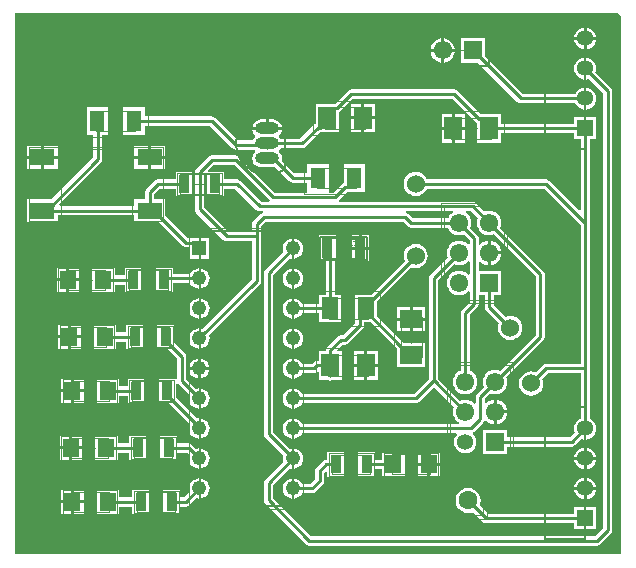
<source format=gtl>
G04*
G04 #@! TF.GenerationSoftware,Altium Limited,Altium Designer,19.1.8 (144)*
G04*
G04 Layer_Physical_Order=1*
G04 Layer_Color=255*
%FSLAX25Y25*%
%MOIN*%
G70*
G01*
G75*
%ADD11C,0.00787*%
%ADD12C,0.00500*%
%ADD13C,0.01000*%
%ADD15C,0.00394*%
%ADD16C,0.00197*%
%ADD17R,0.05906X0.07480*%
%ADD18R,0.05512X0.05906*%
%ADD19R,0.05118X0.07087*%
%ADD20R,0.07480X0.05906*%
%ADD21R,0.08268X0.05512*%
%ADD22R,0.05315X0.07284*%
%ADD23R,0.03543X0.06102*%
%ADD24R,0.03740X0.06693*%
%ADD43C,0.06000*%
%ADD44R,0.06102X0.06102*%
%ADD45C,0.06102*%
%ADD46C,0.05346*%
%ADD47R,0.06102X0.06102*%
%ADD48R,0.05346X0.05346*%
%ADD49C,0.06299*%
%ADD50O,0.07874X0.03937*%
%ADD51O,0.07874X0.03937*%
%ADD52R,0.04764X0.04764*%
%ADD53C,0.04764*%
G36*
X202500Y179000D02*
Y-500D01*
X500D01*
Y180000D01*
X201500D01*
X202500Y179000D01*
D02*
G37*
%LPC*%
G36*
X191000Y175139D02*
Y172000D01*
X194139D01*
X194079Y172459D01*
X193708Y173352D01*
X193120Y174120D01*
X192352Y174708D01*
X191459Y175078D01*
X191000Y175139D01*
D02*
G37*
G36*
X190000D02*
X189541Y175078D01*
X188648Y174708D01*
X187880Y174120D01*
X187292Y173352D01*
X186922Y172459D01*
X186861Y172000D01*
X190000D01*
Y175139D01*
D02*
G37*
G36*
X143500Y171520D02*
Y168000D01*
X147020D01*
X146947Y168558D01*
X146539Y169543D01*
X145889Y170389D01*
X145043Y171039D01*
X144058Y171447D01*
X143500Y171520D01*
D02*
G37*
G36*
X142500D02*
X141942Y171447D01*
X140957Y171039D01*
X140111Y170389D01*
X139461Y169543D01*
X139053Y168558D01*
X138980Y168000D01*
X142500D01*
Y171520D01*
D02*
G37*
G36*
X194139Y171000D02*
X191000D01*
Y167861D01*
X191459Y167921D01*
X192352Y168292D01*
X193120Y168880D01*
X193708Y169648D01*
X194079Y170541D01*
X194139Y171000D01*
D02*
G37*
G36*
X190000D02*
X186861D01*
X186922Y170541D01*
X187292Y169648D01*
X187880Y168880D01*
X188648Y168292D01*
X189541Y167921D01*
X190000Y167861D01*
Y171000D01*
D02*
G37*
G36*
X147020Y167000D02*
X143500D01*
Y163480D01*
X144058Y163553D01*
X145043Y163961D01*
X145889Y164611D01*
X146539Y165457D01*
X146947Y166442D01*
X147020Y167000D01*
D02*
G37*
G36*
X142500D02*
X138980D01*
X139053Y166442D01*
X139461Y165457D01*
X140111Y164611D01*
X140957Y163961D01*
X141942Y163553D01*
X142500Y163480D01*
Y167000D01*
D02*
G37*
G36*
X157051Y171551D02*
X148949D01*
Y163449D01*
X154888D01*
X167919Y150419D01*
X168415Y150087D01*
X169000Y149971D01*
X187158D01*
X187292Y149648D01*
X187880Y148880D01*
X188648Y148292D01*
X189541Y147922D01*
X190500Y147795D01*
X191459Y147922D01*
X192352Y148292D01*
X193120Y148880D01*
X193708Y149648D01*
X194079Y150541D01*
X194205Y151500D01*
X194079Y152459D01*
X193708Y153352D01*
X193120Y154120D01*
X192352Y154708D01*
X191459Y155078D01*
X190500Y155205D01*
X189541Y155078D01*
X188648Y154708D01*
X187880Y154120D01*
X187292Y153352D01*
X187158Y153029D01*
X169633D01*
X157051Y165612D01*
Y171551D01*
D02*
G37*
G36*
X120358Y149740D02*
X116905D01*
Y145500D01*
X120358D01*
Y149740D01*
D02*
G37*
G36*
X115905D02*
X112453D01*
Y145500D01*
X115905D01*
Y149740D01*
D02*
G37*
G36*
X150547Y146240D02*
X147095D01*
Y142000D01*
X150547D01*
Y146240D01*
D02*
G37*
G36*
X146095D02*
X142642D01*
Y142000D01*
X146095D01*
Y146240D01*
D02*
G37*
G36*
X86468Y144494D02*
X85000D01*
Y142000D01*
X89397D01*
X89361Y142275D01*
X89061Y142997D01*
X88586Y143617D01*
X87966Y144093D01*
X87243Y144392D01*
X86468Y144494D01*
D02*
G37*
G36*
X84000D02*
X82531D01*
X81757Y144392D01*
X81034Y144093D01*
X80414Y143617D01*
X79939Y142997D01*
X79639Y142275D01*
X79603Y142000D01*
X84000D01*
Y144494D01*
D02*
G37*
G36*
X120358Y144500D02*
X116905D01*
Y140260D01*
X120358D01*
Y144500D01*
D02*
G37*
G36*
X115905D02*
X112453D01*
Y140260D01*
X115905D01*
Y144500D01*
D02*
G37*
G36*
X150547Y141000D02*
X147095D01*
Y136760D01*
X150547D01*
Y141000D01*
D02*
G37*
G36*
X146095D02*
X142642D01*
Y136760D01*
X146095D01*
Y141000D01*
D02*
G37*
G36*
X14720Y135614D02*
X10087D01*
Y132358D01*
X14720D01*
Y135614D01*
D02*
G37*
G36*
X50547D02*
X45913D01*
Y132358D01*
X50547D01*
Y135614D01*
D02*
G37*
G36*
X9087D02*
X4453D01*
Y132358D01*
X9087D01*
Y135614D01*
D02*
G37*
G36*
X44913D02*
X40279D01*
Y132358D01*
X44913D01*
Y135614D01*
D02*
G37*
G36*
X50547Y131358D02*
X45913D01*
Y128102D01*
X50547D01*
Y131358D01*
D02*
G37*
G36*
X44913D02*
X40279D01*
Y128102D01*
X44913D01*
Y131358D01*
D02*
G37*
G36*
X14720D02*
X10087D01*
Y128102D01*
X14720D01*
Y131358D01*
D02*
G37*
G36*
X9087D02*
X4453D01*
Y128102D01*
X9087D01*
Y131358D01*
D02*
G37*
G36*
X31457Y148543D02*
X24339D01*
Y139457D01*
X26471D01*
Y131811D01*
X12558Y117898D01*
X4453D01*
Y110386D01*
X14720D01*
Y112612D01*
X40279D01*
Y110386D01*
X48384D01*
X56470Y102301D01*
X56966Y101969D01*
X57551Y101853D01*
X58488D01*
Y98118D01*
X65252D01*
Y104882D01*
X60136D01*
X59988Y104911D01*
X58185D01*
X50547Y112549D01*
Y117898D01*
X46943D01*
Y119780D01*
X48634Y121471D01*
X54012D01*
Y118949D01*
X59555D01*
Y127051D01*
X54012D01*
Y124529D01*
X48000D01*
X47415Y124413D01*
X46919Y124081D01*
X44332Y121495D01*
X44000Y120999D01*
X43884Y120413D01*
Y117898D01*
X40279D01*
Y115671D01*
X15364D01*
X15157Y116171D01*
X29081Y130096D01*
X29413Y130592D01*
X29529Y131177D01*
Y139457D01*
X31457D01*
Y148543D01*
D02*
G37*
G36*
X146906Y154529D02*
X112594D01*
X112009Y154413D01*
X111513Y154081D01*
X107201Y149770D01*
X107047D01*
X106899Y149740D01*
X100642D01*
Y143088D01*
X100273Y142841D01*
X95461Y138029D01*
X89037D01*
X88586Y138617D01*
X88412Y138750D01*
Y139250D01*
X88586Y139383D01*
X89061Y140003D01*
X89361Y140725D01*
X89397Y141000D01*
X84500D01*
X79603D01*
X79639Y140725D01*
X79939Y140003D01*
X80414Y139383D01*
X80588Y139250D01*
Y138750D01*
X80414Y138617D01*
X79939Y137997D01*
X79745Y137529D01*
X74634D01*
X67081Y145081D01*
X66585Y145413D01*
X66000Y145529D01*
X43661D01*
Y148543D01*
X36543D01*
Y139457D01*
X43661D01*
Y142471D01*
X65367D01*
X72919Y134919D01*
X73415Y134587D01*
X74000Y134471D01*
X80347D01*
X80414Y134383D01*
X80588Y134250D01*
Y133750D01*
X80414Y133617D01*
X79939Y132997D01*
X79639Y132275D01*
X79537Y131500D01*
X79639Y130725D01*
X79939Y130003D01*
X80414Y129383D01*
X81034Y128907D01*
X81757Y128608D01*
X82531Y128506D01*
X86468D01*
X87203Y128603D01*
X91887Y123919D01*
X92383Y123587D01*
X92968Y123471D01*
X97839D01*
Y120529D01*
X97839Y120457D01*
X97663Y120029D01*
X87134D01*
X75081Y132081D01*
X74585Y132413D01*
X74000Y132529D01*
X66000D01*
X65415Y132413D01*
X64919Y132081D01*
X60919Y128081D01*
X60587Y127585D01*
X60471Y127000D01*
Y114500D01*
X60587Y113915D01*
X60919Y113419D01*
X69919Y104419D01*
X70415Y104087D01*
X71000Y103971D01*
X79471D01*
Y91263D01*
X62929Y74722D01*
X62753Y74795D01*
X61870Y74911D01*
X60987Y74795D01*
X60164Y74454D01*
X59458Y73912D01*
X58916Y73206D01*
X58575Y72383D01*
X58459Y71500D01*
X58575Y70617D01*
X58916Y69794D01*
X59458Y69088D01*
X60164Y68546D01*
X60987Y68205D01*
X61870Y68089D01*
X62753Y68205D01*
X63576Y68546D01*
X64282Y69088D01*
X64824Y69794D01*
X65165Y70617D01*
X65281Y71500D01*
X65165Y72383D01*
X65092Y72559D01*
X82081Y89548D01*
X82413Y90045D01*
X82529Y90630D01*
Y105500D01*
Y108867D01*
X84133Y110471D01*
X129867D01*
X131419Y108919D01*
X131915Y108587D01*
X132500Y108471D01*
X144748D01*
X144961Y107957D01*
X145611Y107111D01*
X146457Y106461D01*
X147442Y106053D01*
X148500Y105914D01*
X149558Y106053D01*
X150071Y106266D01*
X151971Y104367D01*
Y102910D01*
X151497Y102749D01*
X151389Y102889D01*
X150543Y103539D01*
X149558Y103947D01*
X148500Y104086D01*
X147442Y103947D01*
X146457Y103539D01*
X145611Y102889D01*
X144961Y102043D01*
X144553Y101058D01*
X144414Y100000D01*
X144553Y98942D01*
X144766Y98429D01*
X138919Y92581D01*
X138587Y92085D01*
X138471Y91500D01*
Y58134D01*
X133367Y53029D01*
X96157D01*
X96084Y53206D01*
X95542Y53912D01*
X94836Y54454D01*
X94013Y54795D01*
X93130Y54911D01*
X92247Y54795D01*
X91424Y54454D01*
X90718Y53912D01*
X90176Y53206D01*
X89835Y52383D01*
X89719Y51500D01*
X89835Y50617D01*
X90176Y49795D01*
X90718Y49088D01*
X91424Y48546D01*
X92247Y48205D01*
X93130Y48089D01*
X94013Y48205D01*
X94836Y48546D01*
X95542Y49088D01*
X96084Y49795D01*
X96157Y49971D01*
X134000D01*
X134585Y50087D01*
X135081Y50419D01*
X140000Y55337D01*
X146766Y48571D01*
X146553Y48058D01*
X146414Y47000D01*
X146553Y45942D01*
X146961Y44957D01*
X147611Y44111D01*
X148368Y43529D01*
X148308Y43170D01*
X148235Y43029D01*
X96157D01*
X96084Y43205D01*
X95542Y43912D01*
X94836Y44454D01*
X94013Y44795D01*
X93130Y44911D01*
X92247Y44795D01*
X91424Y44454D01*
X90718Y43912D01*
X90176Y43205D01*
X89835Y42383D01*
X89719Y41500D01*
X89835Y40617D01*
X90176Y39794D01*
X90718Y39088D01*
X91424Y38546D01*
X92247Y38205D01*
X93130Y38089D01*
X94013Y38205D01*
X94836Y38546D01*
X95542Y39088D01*
X96084Y39794D01*
X96157Y39971D01*
X147564D01*
X147766Y39471D01*
X147292Y38852D01*
X146922Y37959D01*
X146795Y37000D01*
X146922Y36041D01*
X147292Y35148D01*
X147880Y34380D01*
X148648Y33792D01*
X149541Y33421D01*
X150500Y33295D01*
X151459Y33421D01*
X152352Y33792D01*
X153120Y34380D01*
X153708Y35148D01*
X154078Y36041D01*
X154205Y37000D01*
X154078Y37959D01*
X153708Y38852D01*
X153143Y39589D01*
X153130Y39700D01*
X153217Y40175D01*
X153581Y40419D01*
X156581Y43419D01*
X156913Y43915D01*
X156958Y44140D01*
X157492Y44265D01*
X157611Y44111D01*
X158457Y43461D01*
X159442Y43053D01*
X160000Y42980D01*
Y47000D01*
Y51020D01*
X159442Y50947D01*
X158457Y50539D01*
X157611Y49889D01*
X157503Y49749D01*
X157029Y49910D01*
Y51367D01*
X158929Y53266D01*
X159442Y53053D01*
X160500Y52914D01*
X161558Y53053D01*
X162543Y53461D01*
X163389Y54111D01*
X164039Y54957D01*
X164447Y55942D01*
X164586Y57000D01*
X164447Y58058D01*
X164234Y58571D01*
X176581Y70919D01*
X176913Y71415D01*
X177029Y72000D01*
Y93000D01*
X176913Y93585D01*
X176581Y94081D01*
X162234Y108429D01*
X162447Y108942D01*
X162586Y110000D01*
X162447Y111058D01*
X162039Y112043D01*
X161389Y112889D01*
X160543Y113539D01*
X159558Y113947D01*
X158500Y114086D01*
X157442Y113947D01*
X156929Y113734D01*
X154081Y116581D01*
X153585Y116913D01*
X153000Y117029D01*
X108479D01*
X108432Y117092D01*
X108295Y117529D01*
X111193Y120427D01*
X111543D01*
X111691Y120457D01*
X117161D01*
Y129543D01*
X110043D01*
Y123383D01*
X109974Y123370D01*
X109478Y123038D01*
X106469Y120029D01*
X105132D01*
X104957Y120457D01*
X104957Y120529D01*
Y129543D01*
X97839D01*
Y126529D01*
X93602D01*
X89366Y130765D01*
X89463Y131500D01*
X89361Y132275D01*
X89061Y132997D01*
X88586Y133617D01*
X88412Y133750D01*
Y134250D01*
X88586Y134383D01*
X89037Y134971D01*
X96095D01*
X96680Y135087D01*
X97176Y135419D01*
X101988Y140230D01*
X102142D01*
X102289Y140260D01*
X108547D01*
Y146912D01*
X108916Y147159D01*
X113228Y151471D01*
X146272D01*
X154084Y143659D01*
X154453Y143412D01*
Y136760D01*
X162358D01*
Y139971D01*
X186827D01*
Y137827D01*
X188971D01*
Y114346D01*
X188509Y114154D01*
X178581Y124081D01*
X178085Y124413D01*
X177500Y124529D01*
X137696D01*
X137494Y125017D01*
X136853Y125853D01*
X136017Y126494D01*
X135044Y126897D01*
X134000Y127034D01*
X132956Y126897D01*
X131983Y126494D01*
X131147Y125853D01*
X130506Y125017D01*
X130103Y124044D01*
X129965Y123000D01*
X130103Y121956D01*
X130506Y120983D01*
X131147Y120147D01*
X131983Y119506D01*
X132956Y119103D01*
X134000Y118965D01*
X135044Y119103D01*
X136017Y119506D01*
X136853Y120147D01*
X137494Y120983D01*
X137696Y121471D01*
X176866D01*
X188971Y109367D01*
Y63029D01*
X177500D01*
X176915Y62913D01*
X176419Y62581D01*
X174032Y60195D01*
X173544Y60397D01*
X172500Y60535D01*
X171456Y60397D01*
X170483Y59994D01*
X169647Y59353D01*
X169006Y58517D01*
X168603Y57544D01*
X168465Y56500D01*
X168603Y55456D01*
X169006Y54483D01*
X169647Y53647D01*
X170483Y53006D01*
X171456Y52603D01*
X172500Y52465D01*
X173544Y52603D01*
X174517Y53006D01*
X175353Y53647D01*
X175994Y54483D01*
X176397Y55456D01*
X176534Y56500D01*
X176397Y57544D01*
X176195Y58032D01*
X178133Y59971D01*
X188971D01*
Y44842D01*
X188648Y44708D01*
X187880Y44120D01*
X187292Y43352D01*
X186922Y42459D01*
X186795Y41500D01*
X186922Y40541D01*
X187055Y40218D01*
X185366Y38529D01*
X164551D01*
Y41051D01*
X156449D01*
Y32949D01*
X164551D01*
Y35471D01*
X186000D01*
X186585Y35587D01*
X187081Y35919D01*
X189218Y38055D01*
X189541Y37922D01*
X190500Y37795D01*
X191459Y37922D01*
X192352Y38292D01*
X193120Y38880D01*
X193708Y39648D01*
X194079Y40541D01*
X194205Y41500D01*
X194079Y42459D01*
X193708Y43352D01*
X193120Y44120D01*
X192352Y44708D01*
X192029Y44842D01*
Y61500D01*
Y110000D01*
Y137827D01*
X194173D01*
Y145173D01*
X186827D01*
Y143029D01*
X162358D01*
Y146240D01*
X156100D01*
X155953Y146270D01*
X155799D01*
X147987Y154081D01*
X147491Y154413D01*
X146906Y154529D01*
D02*
G37*
G36*
X113360Y103639D02*
X113291D01*
X113261Y103635D01*
X113225Y103631D01*
X113181Y103621D01*
X113138Y103610D01*
X113090Y103592D01*
X113043Y103570D01*
X113039Y103566D01*
X113025Y103559D01*
X113003Y103541D01*
X112974Y103522D01*
X112945Y103497D01*
X112916Y103464D01*
X112883Y103431D01*
X112857Y103391D01*
X112642Y103421D01*
Y102910D01*
X112836Y102925D01*
Y102922D01*
Y102915D01*
X112839Y102903D01*
X112843Y102885D01*
X112854Y102845D01*
X112868Y102791D01*
X112890Y102736D01*
X112919Y102674D01*
X112956Y102620D01*
X112999Y102569D01*
X113007Y102565D01*
X113021Y102550D01*
X113050Y102532D01*
X113090Y102510D01*
X113134Y102489D01*
X113189Y102470D01*
X113251Y102456D01*
X113320Y102452D01*
X113341D01*
X113356Y102456D01*
X113400Y102460D01*
X113451Y102474D01*
X113513Y102492D01*
X113574Y102521D01*
X113640Y102565D01*
X113669Y102591D01*
X113698Y102620D01*
X113702Y102623D01*
X113706Y102627D01*
X113713Y102638D01*
X113724Y102649D01*
X113749Y102689D01*
X113778Y102740D01*
X113804Y102802D01*
X113829Y102878D01*
X113847Y102969D01*
X113855Y103016D01*
Y103067D01*
Y103071D01*
Y103078D01*
Y103093D01*
X113851Y103111D01*
Y103133D01*
X113847Y103158D01*
X113837Y103217D01*
X113818Y103286D01*
X113793Y103355D01*
X113756Y103420D01*
X113706Y103482D01*
Y103486D01*
X113698Y103490D01*
X113680Y103508D01*
X113647Y103533D01*
X113603Y103562D01*
X113545Y103588D01*
X113480Y103613D01*
X113403Y103631D01*
X113360Y103639D01*
D02*
G37*
G36*
X115012Y105847D02*
X112642D01*
Y103833D01*
X112810Y104727D01*
X114062D01*
Y104432D01*
X113054D01*
X112919Y103752D01*
X112923Y103755D01*
X112930Y103759D01*
X112941Y103766D01*
X112959Y103777D01*
X112981Y103788D01*
X113007Y103803D01*
X113065Y103832D01*
X113138Y103861D01*
X113218Y103886D01*
X113305Y103904D01*
X113349Y103912D01*
X113429D01*
X113451Y103908D01*
X113480Y103904D01*
X113513Y103901D01*
X113549Y103894D01*
X113589Y103883D01*
X113676Y103857D01*
X113724Y103839D01*
X113771Y103814D01*
X113818Y103788D01*
X113866Y103759D01*
X113909Y103723D01*
X113953Y103682D01*
X113957Y103679D01*
X113964Y103672D01*
X113975Y103661D01*
X113989Y103642D01*
X114008Y103617D01*
X114026Y103592D01*
X114048Y103559D01*
X114069Y103522D01*
X114088Y103482D01*
X114110Y103439D01*
X114128Y103388D01*
X114146Y103337D01*
X114161Y103282D01*
X114171Y103220D01*
X114179Y103158D01*
X114182Y103093D01*
Y103089D01*
Y103078D01*
Y103060D01*
X114179Y103035D01*
X114175Y103006D01*
X114171Y102973D01*
X114164Y102933D01*
X114157Y102893D01*
X114135Y102798D01*
X114099Y102700D01*
X114077Y102649D01*
X114048Y102601D01*
X114018Y102550D01*
X113982Y102503D01*
X113979Y102499D01*
X113971Y102489D01*
X113957Y102474D01*
X113938Y102456D01*
X113913Y102434D01*
X113884Y102405D01*
X113847Y102379D01*
X113807Y102350D01*
X113764Y102321D01*
X113713Y102296D01*
X113658Y102270D01*
X113600Y102245D01*
X113538Y102226D01*
X113469Y102212D01*
X113396Y102201D01*
X113320Y102197D01*
X113287D01*
X113261Y102201D01*
X113232Y102205D01*
X113199Y102208D01*
X113160Y102212D01*
X113119Y102223D01*
X113028Y102245D01*
X112937Y102278D01*
X112890Y102299D01*
X112843Y102325D01*
X112799Y102354D01*
X112755Y102387D01*
X112752Y102390D01*
X112744Y102394D01*
X112737Y102409D01*
X112723Y102423D01*
X112705Y102441D01*
X112686Y102463D01*
X112664Y102492D01*
X112646Y102525D01*
X112642Y102532D01*
Y102000D01*
X115012D01*
Y105847D01*
D02*
G37*
G36*
X118382D02*
X116012D01*
Y102000D01*
X118382D01*
Y105847D01*
D02*
G37*
G36*
X190500Y165205D02*
X189541Y165078D01*
X188648Y164708D01*
X187880Y164120D01*
X187292Y163352D01*
X186922Y162459D01*
X186795Y161500D01*
X186922Y160541D01*
X187292Y159648D01*
X187880Y158880D01*
X188648Y158292D01*
X189541Y157922D01*
X190500Y157795D01*
X191459Y157922D01*
X191782Y158055D01*
X196471Y153366D01*
Y8134D01*
X193867Y5529D01*
X99133D01*
X86529Y18134D01*
Y22737D01*
X92071Y28278D01*
X92247Y28205D01*
X93130Y28089D01*
X94013Y28205D01*
X94836Y28546D01*
X95542Y29088D01*
X96084Y29794D01*
X96425Y30617D01*
X96541Y31500D01*
X96425Y32383D01*
X96084Y33206D01*
X95542Y33912D01*
X94836Y34454D01*
X94013Y34795D01*
X93130Y34911D01*
X92247Y34795D01*
X92071Y34722D01*
X86529Y40263D01*
Y92737D01*
X92071Y98278D01*
X92247Y98205D01*
X93130Y98089D01*
X94013Y98205D01*
X94836Y98546D01*
X95542Y99088D01*
X96084Y99795D01*
X96425Y100617D01*
X96541Y101500D01*
X96425Y102383D01*
X96084Y103206D01*
X95542Y103912D01*
X94836Y104454D01*
X94013Y104795D01*
X93130Y104911D01*
X92247Y104795D01*
X91424Y104454D01*
X90718Y103912D01*
X90176Y103206D01*
X89835Y102383D01*
X89719Y101500D01*
X89835Y100617D01*
X89908Y100441D01*
X83919Y94451D01*
X83587Y93955D01*
X83471Y93370D01*
Y39630D01*
X83587Y39045D01*
X83919Y38548D01*
X89908Y32559D01*
X89835Y32383D01*
X89719Y31500D01*
X89835Y30617D01*
X89908Y30441D01*
X83919Y24452D01*
X83587Y23955D01*
X83471Y23370D01*
Y17500D01*
X83587Y16915D01*
X83919Y16419D01*
X97419Y2919D01*
X97915Y2587D01*
X98500Y2471D01*
X194500D01*
X195085Y2587D01*
X195581Y2919D01*
X199081Y6419D01*
X199413Y6915D01*
X199529Y7500D01*
Y154000D01*
X199413Y154585D01*
X199081Y155081D01*
X193945Y160218D01*
X194079Y160541D01*
X194205Y161500D01*
X194079Y162459D01*
X193708Y163352D01*
X193120Y164120D01*
X192352Y164708D01*
X191459Y165078D01*
X190500Y165205D01*
D02*
G37*
G36*
X118382Y101000D02*
X116012D01*
Y97154D01*
X118382D01*
Y101000D01*
D02*
G37*
G36*
X115012D02*
X112642D01*
Y97154D01*
X115012D01*
Y101000D01*
D02*
G37*
G36*
X134000Y103015D02*
X132956Y102877D01*
X131983Y102474D01*
X131147Y101833D01*
X130506Y100998D01*
X130103Y100024D01*
X129965Y98980D01*
X130103Y97936D01*
X130305Y97448D01*
X118999Y86142D01*
X113847D01*
Y79490D01*
X113817Y79343D01*
Y76480D01*
X109866Y72529D01*
X109000D01*
X108415Y72413D01*
X107919Y72081D01*
X104419Y68581D01*
X104087Y68085D01*
X103971Y67500D01*
Y67240D01*
X101642D01*
Y64029D01*
X101142D01*
X100557Y63913D01*
X100060Y63581D01*
X99508Y63029D01*
X96157D01*
X96084Y63205D01*
X95542Y63912D01*
X94836Y64454D01*
X94013Y64795D01*
X93130Y64911D01*
X92247Y64795D01*
X91424Y64454D01*
X90718Y63912D01*
X90176Y63205D01*
X89835Y62383D01*
X89719Y61500D01*
X89835Y60617D01*
X90176Y59794D01*
X90718Y59088D01*
X91424Y58546D01*
X92247Y58205D01*
X93130Y58089D01*
X94013Y58205D01*
X94836Y58546D01*
X95542Y59088D01*
X96084Y59794D01*
X96157Y59971D01*
X100142D01*
X100727Y60087D01*
X101142Y60364D01*
X101642Y60214D01*
Y57760D01*
X104751D01*
X105009Y57587D01*
X105595Y57471D01*
X106180Y57587D01*
X106438Y57760D01*
X109547D01*
Y67240D01*
X108056D01*
X107865Y67702D01*
X109634Y69471D01*
X110500D01*
X111085Y69587D01*
X111581Y69919D01*
X116428Y74765D01*
X116759Y75261D01*
X116876Y75846D01*
Y76858D01*
X118999D01*
X127760Y68097D01*
Y62142D01*
X137240D01*
Y70047D01*
X130135D01*
X121161Y79021D01*
Y83979D01*
X132468Y95285D01*
X132956Y95083D01*
X134000Y94946D01*
X135044Y95083D01*
X136017Y95486D01*
X136853Y96127D01*
X137494Y96963D01*
X137897Y97936D01*
X138034Y98980D01*
X137897Y100024D01*
X137494Y100998D01*
X136853Y101833D01*
X136017Y102474D01*
X135044Y102877D01*
X134000Y103015D01*
D02*
G37*
G36*
X42555Y95051D02*
X37012D01*
Y92529D01*
X33661D01*
Y94953D01*
X26150D01*
Y87047D01*
X33661D01*
Y89471D01*
X37012D01*
Y86949D01*
X42555D01*
Y95051D01*
D02*
G37*
G36*
X21850Y94953D02*
X18595D01*
Y91500D01*
X21850D01*
Y94953D01*
D02*
G37*
G36*
X17594D02*
X14339D01*
Y91500D01*
X17594D01*
Y94953D01*
D02*
G37*
G36*
X93130Y94911D02*
X92247Y94795D01*
X91424Y94454D01*
X90718Y93912D01*
X90176Y93205D01*
X89835Y92383D01*
X89719Y91500D01*
X89835Y90617D01*
X90176Y89794D01*
X90718Y89088D01*
X91424Y88546D01*
X92247Y88205D01*
X93130Y88089D01*
X94013Y88205D01*
X94836Y88546D01*
X95542Y89088D01*
X96084Y89794D01*
X96425Y90617D01*
X96541Y91500D01*
X96425Y92383D01*
X96084Y93205D01*
X95542Y93912D01*
X94836Y94454D01*
X94013Y94795D01*
X93130Y94911D01*
D02*
G37*
G36*
X52988Y95051D02*
X47445D01*
Y86949D01*
X52988D01*
Y89971D01*
X58843D01*
X58916Y89794D01*
X59458Y89088D01*
X60164Y88546D01*
X60987Y88205D01*
X61870Y88089D01*
X62753Y88205D01*
X63576Y88546D01*
X64282Y89088D01*
X64824Y89794D01*
X65165Y90617D01*
X65281Y91500D01*
X65165Y92383D01*
X64824Y93205D01*
X64282Y93912D01*
X63576Y94454D01*
X62753Y94795D01*
X61870Y94911D01*
X60987Y94795D01*
X60164Y94454D01*
X59458Y93912D01*
X58916Y93205D01*
X58843Y93029D01*
X52988D01*
Y95051D01*
D02*
G37*
G36*
X21850Y90500D02*
X18595D01*
Y87047D01*
X21850D01*
Y90500D01*
D02*
G37*
G36*
X17594D02*
X14339D01*
Y87047D01*
X17594D01*
Y90500D01*
D02*
G37*
G36*
X107358Y105847D02*
X101618D01*
Y97154D01*
X103967D01*
Y86142D01*
X101839D01*
Y83029D01*
X96157D01*
X96084Y83205D01*
X95542Y83912D01*
X94836Y84454D01*
X94013Y84795D01*
X93130Y84911D01*
X92247Y84795D01*
X91424Y84454D01*
X90718Y83912D01*
X90176Y83205D01*
X89835Y82383D01*
X89719Y81500D01*
X89835Y80617D01*
X90176Y79795D01*
X90718Y79088D01*
X91424Y78546D01*
X92247Y78205D01*
X93130Y78089D01*
X94013Y78205D01*
X94836Y78546D01*
X95542Y79088D01*
X96084Y79795D01*
X96157Y79971D01*
X101839D01*
Y76858D01*
X109153D01*
Y86142D01*
X107026D01*
Y97154D01*
X107358D01*
Y105847D01*
D02*
G37*
G36*
X137240Y81858D02*
X133000D01*
Y78405D01*
X137240D01*
Y81858D01*
D02*
G37*
G36*
X132000D02*
X127760D01*
Y78405D01*
X132000D01*
Y81858D01*
D02*
G37*
G36*
X61870Y84911D02*
X60987Y84795D01*
X60164Y84454D01*
X59458Y83912D01*
X58916Y83205D01*
X58575Y82383D01*
X58459Y81500D01*
X58575Y80617D01*
X58916Y79795D01*
X59458Y79088D01*
X60164Y78546D01*
X60987Y78205D01*
X61870Y78089D01*
X62753Y78205D01*
X63576Y78546D01*
X64282Y79088D01*
X64824Y79795D01*
X65165Y80617D01*
X65281Y81500D01*
X65165Y82383D01*
X64824Y83205D01*
X64282Y83912D01*
X63576Y84454D01*
X62753Y84795D01*
X61870Y84911D01*
D02*
G37*
G36*
X137240Y77406D02*
X133000D01*
Y73953D01*
X137240D01*
Y77406D01*
D02*
G37*
G36*
X132000D02*
X127760D01*
Y73953D01*
X132000D01*
Y77406D01*
D02*
G37*
G36*
X43055Y76051D02*
X37512D01*
Y73529D01*
X34161D01*
Y75953D01*
X26650D01*
Y68047D01*
X34161D01*
Y70471D01*
X37512D01*
Y67949D01*
X43055D01*
Y76051D01*
D02*
G37*
G36*
X22350Y75953D02*
X19094D01*
Y72500D01*
X22350D01*
Y75953D01*
D02*
G37*
G36*
X18094D02*
X14839D01*
Y72500D01*
X18094D01*
Y75953D01*
D02*
G37*
G36*
X93130Y74911D02*
X92247Y74795D01*
X91424Y74454D01*
X90718Y73912D01*
X90176Y73206D01*
X89835Y72383D01*
X89719Y71500D01*
X89835Y70617D01*
X90176Y69794D01*
X90718Y69088D01*
X91424Y68546D01*
X92247Y68205D01*
X93130Y68089D01*
X94013Y68205D01*
X94836Y68546D01*
X95542Y69088D01*
X96084Y69794D01*
X96425Y70617D01*
X96541Y71500D01*
X96425Y72383D01*
X96084Y73206D01*
X95542Y73912D01*
X94836Y74454D01*
X94013Y74795D01*
X93130Y74911D01*
D02*
G37*
G36*
X22350Y71500D02*
X19094D01*
Y68047D01*
X22350D01*
Y71500D01*
D02*
G37*
G36*
X18094D02*
X14839D01*
Y68047D01*
X18094D01*
Y71500D01*
D02*
G37*
G36*
X121358Y67240D02*
X117905D01*
Y63000D01*
X121358D01*
Y67240D01*
D02*
G37*
G36*
X116905D02*
X113453D01*
Y63000D01*
X116905D01*
Y67240D01*
D02*
G37*
G36*
X62370Y64845D02*
Y62000D01*
X65215D01*
X65165Y62383D01*
X64824Y63205D01*
X64282Y63912D01*
X63576Y64454D01*
X62753Y64795D01*
X62370Y64845D01*
D02*
G37*
G36*
X61370D02*
X60987Y64795D01*
X60164Y64454D01*
X59458Y63912D01*
X58916Y63205D01*
X58575Y62383D01*
X58525Y62000D01*
X61370D01*
Y64845D01*
D02*
G37*
G36*
X65215Y61000D02*
X62370D01*
Y58155D01*
X62753Y58205D01*
X63576Y58546D01*
X64282Y59088D01*
X64824Y59794D01*
X65165Y60617D01*
X65215Y61000D01*
D02*
G37*
G36*
X61370D02*
X58525D01*
X58575Y60617D01*
X58916Y59794D01*
X59458Y59088D01*
X60164Y58546D01*
X60987Y58205D01*
X61370Y58155D01*
Y61000D01*
D02*
G37*
G36*
X121358Y62000D02*
X117905D01*
Y57760D01*
X121358D01*
Y62000D01*
D02*
G37*
G36*
X116905D02*
X113453D01*
Y57760D01*
X116905D01*
Y62000D01*
D02*
G37*
G36*
X43555Y58051D02*
X38012D01*
Y55529D01*
X35161D01*
Y57953D01*
X27650D01*
Y50047D01*
X35161D01*
Y52471D01*
X38012D01*
Y49949D01*
X43555D01*
Y58051D01*
D02*
G37*
G36*
X23350Y57953D02*
X20095D01*
Y54500D01*
X23350D01*
Y57953D01*
D02*
G37*
G36*
X19094D02*
X15839D01*
Y54500D01*
X19094D01*
Y57953D01*
D02*
G37*
G36*
X23350Y53500D02*
X20095D01*
Y50047D01*
X23350D01*
Y53500D01*
D02*
G37*
G36*
X19094D02*
X15839D01*
Y50047D01*
X19094D01*
Y53500D01*
D02*
G37*
G36*
X53488Y76051D02*
X47945D01*
Y67949D01*
X51325D01*
X54471Y64803D01*
Y58094D01*
X53988Y58051D01*
X53971Y58051D01*
X48445D01*
Y49949D01*
X51825D01*
X58814Y42960D01*
X58575Y42383D01*
X58459Y41500D01*
X58575Y40617D01*
X58916Y39794D01*
X59458Y39088D01*
X60164Y38546D01*
X60987Y38205D01*
X61870Y38089D01*
X62753Y38205D01*
X63576Y38546D01*
X64282Y39088D01*
X64824Y39794D01*
X65165Y40617D01*
X65281Y41500D01*
X65165Y42383D01*
X64824Y43205D01*
X64282Y43912D01*
X63576Y44454D01*
X62753Y44795D01*
X61870Y44911D01*
X61268Y44832D01*
X53988Y52112D01*
Y57232D01*
X54488Y57282D01*
X54587Y56785D01*
X54919Y56289D01*
X58648Y52559D01*
X58575Y52383D01*
X58459Y51500D01*
X58575Y50617D01*
X58916Y49795D01*
X59458Y49088D01*
X60164Y48546D01*
X60987Y48205D01*
X61870Y48089D01*
X62753Y48205D01*
X63576Y48546D01*
X64282Y49088D01*
X64824Y49795D01*
X65165Y50617D01*
X65281Y51500D01*
X65165Y52383D01*
X64824Y53206D01*
X64282Y53912D01*
X63576Y54454D01*
X62753Y54795D01*
X61870Y54911D01*
X60987Y54795D01*
X60811Y54722D01*
X57529Y58004D01*
Y65437D01*
X57413Y66022D01*
X57081Y66518D01*
X53488Y70112D01*
Y76051D01*
D02*
G37*
G36*
X161000Y51020D02*
Y47500D01*
X164520D01*
X164447Y48058D01*
X164039Y49043D01*
X163389Y49889D01*
X162543Y50539D01*
X161558Y50947D01*
X161000Y51020D01*
D02*
G37*
G36*
X164520Y46500D02*
X161000D01*
Y42980D01*
X161558Y43053D01*
X162543Y43461D01*
X163389Y44111D01*
X164039Y44957D01*
X164447Y45942D01*
X164520Y46500D01*
D02*
G37*
G36*
X44055Y39051D02*
X38512D01*
Y36529D01*
X34661D01*
Y38953D01*
X27150D01*
Y31047D01*
X34661D01*
Y33471D01*
X38512D01*
Y30949D01*
X44055D01*
Y39051D01*
D02*
G37*
G36*
X22850Y38953D02*
X19594D01*
Y35500D01*
X22850D01*
Y38953D01*
D02*
G37*
G36*
X18595D02*
X15339D01*
Y35500D01*
X18595D01*
Y38953D01*
D02*
G37*
G36*
X191000Y35139D02*
Y32000D01*
X194139D01*
X194079Y32459D01*
X193708Y33352D01*
X193120Y34120D01*
X192352Y34708D01*
X191459Y35078D01*
X191000Y35139D01*
D02*
G37*
G36*
X190000D02*
X189541Y35078D01*
X188648Y34708D01*
X187880Y34120D01*
X187292Y33352D01*
X186922Y32459D01*
X186861Y32000D01*
X190000D01*
Y35139D01*
D02*
G37*
G36*
X22850Y34500D02*
X19594D01*
Y31047D01*
X22850D01*
Y34500D01*
D02*
G37*
G36*
X18595D02*
X15339D01*
Y31047D01*
X18595D01*
Y34500D01*
D02*
G37*
G36*
X142161Y33453D02*
X138906D01*
Y30000D01*
X142161D01*
Y33453D01*
D02*
G37*
G36*
X137906D02*
X134650D01*
Y30000D01*
X137906D01*
Y33453D01*
D02*
G37*
G36*
X54488Y39051D02*
X48945D01*
Y30949D01*
X54488D01*
Y33471D01*
X57737D01*
X58648Y32559D01*
X58575Y32383D01*
X58459Y31500D01*
X58575Y30617D01*
X58916Y29794D01*
X59458Y29088D01*
X60164Y28546D01*
X60987Y28205D01*
X61870Y28089D01*
X62753Y28205D01*
X63576Y28546D01*
X64282Y29088D01*
X64824Y29794D01*
X65165Y30617D01*
X65281Y31500D01*
X65165Y32383D01*
X64824Y33206D01*
X64282Y33912D01*
X63576Y34454D01*
X62753Y34795D01*
X61870Y34911D01*
X60987Y34795D01*
X60811Y34722D01*
X59452Y36081D01*
X58955Y36413D01*
X58370Y36529D01*
X54488D01*
Y39051D01*
D02*
G37*
G36*
X194139Y31000D02*
X191000D01*
Y27861D01*
X191459Y27922D01*
X192352Y28292D01*
X193120Y28880D01*
X193708Y29648D01*
X194079Y30541D01*
X194139Y31000D01*
D02*
G37*
G36*
X190000D02*
X186861D01*
X186922Y30541D01*
X187292Y29648D01*
X187880Y28880D01*
X188648Y28292D01*
X189541Y27922D01*
X190000Y27861D01*
Y31000D01*
D02*
G37*
G36*
X142161Y29000D02*
X138906D01*
Y25547D01*
X142161D01*
Y29000D01*
D02*
G37*
G36*
X137906D02*
X134650D01*
Y25547D01*
X137906D01*
Y29000D01*
D02*
G37*
G36*
X120488Y33551D02*
X114945D01*
Y25449D01*
X120488D01*
Y27971D01*
X122839D01*
Y25547D01*
X130350D01*
Y33453D01*
X122839D01*
Y31029D01*
X120488D01*
Y33551D01*
D02*
G37*
G36*
X110055D02*
X104512D01*
Y31029D01*
X104130D01*
X103545Y30913D01*
X103049Y30581D01*
X100919Y28451D01*
X100587Y27955D01*
X100471Y27370D01*
Y24633D01*
X98866Y23029D01*
X96157D01*
X96084Y23205D01*
X95542Y23912D01*
X94836Y24454D01*
X94013Y24795D01*
X93130Y24911D01*
X92247Y24795D01*
X91424Y24454D01*
X90718Y23912D01*
X90176Y23205D01*
X89835Y22383D01*
X89719Y21500D01*
X89835Y20617D01*
X90176Y19794D01*
X90718Y19088D01*
X91424Y18546D01*
X92247Y18205D01*
X93130Y18089D01*
X94013Y18205D01*
X94836Y18546D01*
X95542Y19088D01*
X96084Y19794D01*
X96157Y19971D01*
X99500D01*
X100085Y20087D01*
X100581Y20419D01*
X103081Y22919D01*
X103413Y23415D01*
X103529Y24000D01*
Y26737D01*
X104050Y27257D01*
X104512Y27066D01*
Y25449D01*
X110055D01*
Y33551D01*
D02*
G37*
G36*
X191000Y25139D02*
Y22000D01*
X194139D01*
X194079Y22459D01*
X193708Y23352D01*
X193120Y24120D01*
X192352Y24708D01*
X191459Y25078D01*
X191000Y25139D01*
D02*
G37*
G36*
X190000D02*
X189541Y25078D01*
X188648Y24708D01*
X187880Y24120D01*
X187292Y23352D01*
X186922Y22459D01*
X186861Y22000D01*
X190000D01*
Y25139D01*
D02*
G37*
G36*
X61870Y24911D02*
X60987Y24795D01*
X60164Y24454D01*
X59458Y23912D01*
X58916Y23205D01*
X58575Y22383D01*
X58459Y21500D01*
X58575Y20617D01*
X58648Y20441D01*
X56737Y18529D01*
X55488D01*
Y21051D01*
X49945D01*
Y12949D01*
X55488D01*
Y15471D01*
X57370D01*
X57955Y15587D01*
X58451Y15919D01*
X60811Y18278D01*
X60987Y18205D01*
X61870Y18089D01*
X62753Y18205D01*
X63576Y18546D01*
X64282Y19088D01*
X64824Y19794D01*
X65165Y20617D01*
X65281Y21500D01*
X65165Y22383D01*
X64824Y23205D01*
X64282Y23912D01*
X63576Y24454D01*
X62753Y24795D01*
X61870Y24911D01*
D02*
G37*
G36*
X45055Y21051D02*
X39512D01*
Y18529D01*
X35161D01*
Y20953D01*
X27650D01*
Y13047D01*
X35161D01*
Y15471D01*
X39512D01*
Y12949D01*
X45055D01*
Y21051D01*
D02*
G37*
G36*
X194139Y21000D02*
X191000D01*
Y17861D01*
X191459Y17921D01*
X192352Y18292D01*
X193120Y18880D01*
X193708Y19648D01*
X194079Y20541D01*
X194139Y21000D01*
D02*
G37*
G36*
X190000D02*
X186861D01*
X186922Y20541D01*
X187292Y19648D01*
X187880Y18880D01*
X188648Y18292D01*
X189541Y17921D01*
X190000Y17861D01*
Y21000D01*
D02*
G37*
G36*
X23350Y20953D02*
X20095D01*
Y17500D01*
X23350D01*
Y20953D01*
D02*
G37*
G36*
X19094D02*
X15839D01*
Y17500D01*
X19094D01*
Y20953D01*
D02*
G37*
G36*
X23350Y16500D02*
X20095D01*
Y13047D01*
X23350D01*
Y16500D01*
D02*
G37*
G36*
X19094D02*
X15839D01*
Y13047D01*
X19094D01*
Y16500D01*
D02*
G37*
G36*
X151500Y21685D02*
X150417Y21543D01*
X149407Y21125D01*
X148540Y20459D01*
X147875Y19593D01*
X147457Y18583D01*
X147315Y17500D01*
X147457Y16417D01*
X147875Y15407D01*
X148540Y14540D01*
X149407Y13875D01*
X150417Y13457D01*
X151500Y13315D01*
X152583Y13457D01*
X153147Y13690D01*
X156419Y10419D01*
X156915Y10087D01*
X157500Y9971D01*
X186827D01*
Y7827D01*
X194173D01*
Y15173D01*
X186827D01*
Y13029D01*
X158133D01*
X155309Y15853D01*
X155543Y16417D01*
X155685Y17500D01*
X155543Y18583D01*
X155125Y19593D01*
X154460Y20459D01*
X153593Y21125D01*
X152583Y21543D01*
X151500Y21685D01*
D02*
G37*
%LPD*%
G36*
X85308Y117529D02*
X85171Y117092D01*
X85123Y117029D01*
X82634D01*
X75581Y124081D01*
X75085Y124413D01*
X74500Y124529D01*
X69988D01*
Y127051D01*
X64921D01*
X64714Y127551D01*
X66633Y129471D01*
X73366D01*
X85308Y117529D01*
D02*
G37*
G36*
X146308Y113830D02*
X146368Y113471D01*
X145611Y112889D01*
X144961Y112043D01*
X144748Y111529D01*
X133133D01*
X131581Y113081D01*
X131085Y113413D01*
X130796Y113471D01*
X130845Y113971D01*
X146236D01*
X146308Y113830D01*
D02*
G37*
G36*
X64445Y126575D02*
Y118949D01*
X69988D01*
Y121471D01*
X73866D01*
X80919Y114419D01*
X81415Y114087D01*
X82000Y113971D01*
X83155D01*
X83205Y113471D01*
X82915Y113413D01*
X82419Y113081D01*
X79919Y110581D01*
X79587Y110085D01*
X79471Y109500D01*
Y107029D01*
X71633D01*
X63529Y115134D01*
Y126366D01*
X63945Y126782D01*
X64445Y126575D01*
D02*
G37*
G36*
X154766Y111571D02*
X154553Y111058D01*
X154414Y110000D01*
X154553Y108942D01*
X154961Y107957D01*
X155611Y107111D01*
X156457Y106461D01*
X157442Y106053D01*
X158500Y105914D01*
X159558Y106053D01*
X160071Y106266D01*
X173971Y92366D01*
Y72633D01*
X162071Y60734D01*
X161558Y60947D01*
X160500Y61086D01*
X159442Y60947D01*
X158457Y60539D01*
X157611Y59889D01*
X156961Y59043D01*
X156553Y58058D01*
X156414Y57000D01*
X156553Y55942D01*
X156766Y55429D01*
X154419Y53081D01*
X154087Y52585D01*
X153971Y52000D01*
Y49910D01*
X153497Y49749D01*
X153389Y49889D01*
X152543Y50539D01*
X151558Y50947D01*
X150500Y51086D01*
X149442Y50947D01*
X148929Y50734D01*
X141529Y58134D01*
Y90867D01*
X146929Y96266D01*
X147442Y96053D01*
X148500Y95914D01*
X149558Y96053D01*
X150543Y96461D01*
X151389Y97111D01*
X151497Y97251D01*
X151971Y97090D01*
Y92910D01*
X151497Y92749D01*
X151389Y92889D01*
X150543Y93539D01*
X149558Y93947D01*
X148500Y94086D01*
X147442Y93947D01*
X146457Y93539D01*
X145611Y92889D01*
X144961Y92043D01*
X144553Y91058D01*
X144414Y90000D01*
X144553Y88942D01*
X144961Y87957D01*
X145611Y87111D01*
X146457Y86461D01*
X147442Y86053D01*
X148500Y85914D01*
X149558Y86053D01*
X150543Y86461D01*
X151389Y87111D01*
X151497Y87251D01*
X151971Y87090D01*
Y83582D01*
X149419Y81030D01*
X149087Y80534D01*
X148971Y79949D01*
Y60751D01*
X148457Y60539D01*
X147611Y59889D01*
X146961Y59043D01*
X146553Y58058D01*
X146414Y57000D01*
X146553Y55942D01*
X146961Y54957D01*
X147611Y54111D01*
X148457Y53461D01*
X149442Y53053D01*
X150500Y52914D01*
X151558Y53053D01*
X152543Y53461D01*
X153389Y54111D01*
X154039Y54957D01*
X154447Y55942D01*
X154586Y57000D01*
X154447Y58058D01*
X154039Y59043D01*
X153389Y59889D01*
X152543Y60539D01*
X152029Y60751D01*
Y79315D01*
X154581Y81867D01*
X154913Y82363D01*
X155029Y82949D01*
Y85949D01*
X156971D01*
Y82000D01*
X157087Y81415D01*
X157419Y80919D01*
X161805Y76532D01*
X161603Y76044D01*
X161466Y75000D01*
X161603Y73956D01*
X162006Y72983D01*
X162647Y72147D01*
X163483Y71506D01*
X164456Y71103D01*
X165500Y70965D01*
X166544Y71103D01*
X167517Y71506D01*
X168353Y72147D01*
X168994Y72983D01*
X169397Y73956D01*
X169535Y75000D01*
X169397Y76044D01*
X168994Y77017D01*
X168353Y77853D01*
X167517Y78494D01*
X166544Y78897D01*
X165500Y79035D01*
X164456Y78897D01*
X163968Y78695D01*
X160029Y82634D01*
Y85949D01*
X162551D01*
Y94051D01*
X155029D01*
Y97090D01*
X155503Y97251D01*
X155611Y97111D01*
X156457Y96461D01*
X157442Y96053D01*
X158000Y95980D01*
Y100000D01*
Y104020D01*
X157442Y103947D01*
X156457Y103539D01*
X155611Y102889D01*
X155503Y102749D01*
X155029Y102910D01*
Y105000D01*
X154913Y105585D01*
X154581Y106081D01*
X152234Y108429D01*
X152447Y108942D01*
X152586Y110000D01*
X152447Y111058D01*
X152039Y112043D01*
X151389Y112889D01*
X150632Y113471D01*
X150692Y113830D01*
X150765Y113971D01*
X152366D01*
X154766Y111571D01*
D02*
G37*
%LPC*%
G36*
X159000Y104020D02*
Y100500D01*
X162520D01*
X162447Y101058D01*
X162039Y102043D01*
X161389Y102889D01*
X160543Y103539D01*
X159558Y103947D01*
X159000Y104020D01*
D02*
G37*
G36*
X162520Y99500D02*
X159000D01*
Y95980D01*
X159558Y96053D01*
X160543Y96461D01*
X161389Y97111D01*
X162039Y97957D01*
X162447Y98942D01*
X162520Y99500D01*
D02*
G37*
%LPD*%
D11*
X103307Y97957D02*
Y105043D01*
Y97957D02*
X116693D01*
Y105043D01*
X103307D02*
X116693D01*
X102126Y97563D02*
Y105437D01*
Y97563D02*
X117874D01*
Y105437D01*
X102126D02*
X117874D01*
X57913Y101500D02*
G03*
X57913Y101500I-394J0D01*
G01*
D02*
G03*
X57913Y101500I-394J0D01*
G01*
X102126Y97563D02*
Y105437D01*
Y97563D02*
X117874D01*
Y105437D01*
X102126D02*
X117874D01*
X90484Y145046D02*
G03*
X90484Y127954I-5984J-8546D01*
G01*
Y145046D01*
D12*
X177000Y134500D02*
X190500D01*
X177000D02*
Y178500D01*
X190500D01*
Y134500D02*
Y178500D01*
Y4500D02*
Y48500D01*
X177000D02*
X190500D01*
X177000Y4500D02*
Y48500D01*
Y4500D02*
X190500D01*
X62008Y107248D02*
X92992D01*
X62008Y15752D02*
X92992D01*
X62008D02*
Y107248D01*
X92992Y15752D02*
Y107248D01*
X62008D02*
X92992D01*
X62008Y15752D02*
X92992D01*
X62008D02*
Y107248D01*
X92992Y15752D02*
Y107248D01*
X177000Y134500D02*
X190500D01*
X177000D02*
Y178500D01*
X190500D01*
Y134500D02*
Y136500D01*
Y176500D02*
Y178500D01*
Y46500D02*
Y48500D01*
Y4500D02*
Y6500D01*
X177000Y48500D02*
X190500D01*
X177000Y4500D02*
Y48500D01*
Y4500D02*
X190500D01*
D13*
Y61500D02*
Y110000D01*
Y41500D02*
Y61500D01*
X177500D02*
X190500D01*
X172500Y56500D02*
X177500Y61500D01*
X158500Y82000D02*
X165500Y75000D01*
X158500Y82000D02*
Y90000D01*
X134000Y123000D02*
X177500D01*
X190500Y110000D01*
Y141500D01*
X117504Y82484D02*
X134000Y98980D01*
X117504Y81500D02*
Y82484D01*
X85000Y93370D02*
X93130Y101500D01*
X85000Y39630D02*
Y93370D01*
Y39630D02*
X93130Y31500D01*
X107283Y29500D02*
X108283D01*
X104130D02*
X107283D01*
X93130Y21500D02*
X99500D01*
X102000Y24000D01*
Y27370D01*
X104130Y29500D01*
X105500Y62594D02*
Y67500D01*
Y62594D02*
X105595Y62500D01*
X105500Y67500D02*
X109000Y71000D01*
X110500D01*
X115347Y75846D01*
Y79343D01*
X117504Y81500D01*
X93130Y61500D02*
X100142D01*
X101142Y62500D01*
X105595D01*
X131713Y66094D02*
X132500D01*
X129260Y68547D02*
X131713Y66094D01*
X129260Y68547D02*
Y68760D01*
X117504Y80516D02*
X129260Y68760D01*
X117504Y80516D02*
Y81500D01*
X105595Y59000D02*
Y59787D01*
X155500Y44500D02*
Y52000D01*
X152500Y41500D02*
X155500Y44500D01*
X160500Y57000D02*
X175500Y72000D01*
X155500Y52000D02*
X160500Y57000D01*
X93130Y41500D02*
X152500D01*
X81000Y105500D02*
Y109500D01*
Y90630D02*
Y105500D01*
X71000D02*
X81000D01*
X62000Y114500D02*
X71000Y105500D01*
X62000Y114500D02*
Y127000D01*
X66000Y131000D01*
X74000D01*
X86500Y118500D01*
X107102D01*
X110559Y121957D01*
X111543D01*
X113602Y124016D01*
Y125000D01*
X100398D02*
X101398Y124000D01*
X100398Y125000D02*
X101398D01*
X92968D02*
X100398D01*
X86468Y131500D02*
X92968Y125000D01*
X84500Y131500D02*
X86468D01*
X96095Y136500D02*
X101354Y141760D01*
X102142D01*
X104595Y144213D01*
Y145000D01*
X84500Y136500D02*
X96095D01*
X74000Y136000D02*
X84000D01*
X84500Y136500D01*
X113602Y123016D02*
Y124000D01*
X67216Y123000D02*
X74500D01*
X82000Y115500D01*
X153000D02*
X158500Y110000D01*
X82000Y115500D02*
X153000D01*
X140000Y57500D02*
X150500Y47000D01*
X148500Y110000D02*
X153500Y105000D01*
Y82949D02*
Y105000D01*
X150500Y79949D02*
X153500Y82949D01*
X150500Y57000D02*
Y79949D01*
X140000Y91500D02*
X148500Y100000D01*
X140000Y57500D02*
Y91500D01*
X134000Y51500D02*
X140000Y57500D01*
X93130Y51500D02*
X134000D01*
X175500Y72000D02*
Y93000D01*
X158500Y110000D02*
X175500Y93000D01*
X56504Y123000D02*
X56783Y122721D01*
X48000Y123000D02*
X56504D01*
X45413Y120413D02*
X48000Y123000D01*
X45413Y114142D02*
Y120413D01*
Y114142D02*
X46791D01*
X83500Y112000D02*
X130500D01*
X132500Y110000D01*
X112594Y153000D02*
X146906D01*
X155165Y144740D01*
X155953D01*
X158405Y142287D01*
Y141500D02*
Y142287D01*
X107835Y148240D02*
X112594Y153000D01*
X107047Y148240D02*
X107835D01*
X104595Y145787D02*
X107047Y148240D01*
X104595Y145000D02*
Y145787D01*
X132500Y110000D02*
X148500D01*
X81000Y109500D02*
X83500Y112000D01*
X61870Y71500D02*
X81000Y90630D01*
X93130Y101500D02*
X93382Y101752D01*
X93130Y81500D02*
X105496D01*
X198000Y7500D02*
Y154000D01*
X190500Y161500D02*
X198000Y154000D01*
X194500Y4000D02*
X198000Y7500D01*
X98500Y4000D02*
X194500D01*
X85000Y17500D02*
X98500Y4000D01*
X85000Y17500D02*
Y23370D01*
X93130Y31500D01*
X153000Y167500D02*
X169000Y151500D01*
X190500D01*
X158405Y141500D02*
X190500D01*
X159000Y37000D02*
X186000D01*
X157500Y11500D02*
X190500D01*
X151500Y17500D02*
X157500Y11500D01*
X66000Y144000D02*
X74000Y136000D01*
X40102Y144000D02*
X66000D01*
X105496Y81500D02*
Y99992D01*
X104488Y101000D02*
X105496Y99992D01*
X186000Y37000D02*
X190500Y41500D01*
X117717Y29500D02*
X127594D01*
X10965Y114142D02*
X45413D01*
X28000Y131177D02*
Y143898D01*
X27898Y144000D02*
X28000Y143898D01*
X10965Y114142D02*
X28000Y131177D01*
X9587Y114142D02*
X10965D01*
X46791D02*
X57551Y103382D01*
X59988D01*
X61870Y101500D01*
X50717Y91500D02*
X61870D01*
X50217Y91000D02*
X50717Y91500D01*
X29906Y91000D02*
X39783D01*
X30406Y72000D02*
X40284D01*
X31405Y54000D02*
X40784D01*
X30906Y35000D02*
X41284D01*
X31405Y17000D02*
X42283D01*
X52716D02*
X57370D01*
X61870Y21500D01*
X50717Y70720D02*
X56000Y65437D01*
X50717Y70720D02*
Y72000D01*
X56000Y57370D02*
Y65437D01*
Y57370D02*
X61870Y51500D01*
X51217Y52720D02*
Y54000D01*
Y52720D02*
X61870Y42067D01*
Y41500D02*
Y42067D01*
X58370Y35000D02*
X61870Y31500D01*
X51717Y35000D02*
X58370D01*
D15*
X145500Y62748D02*
X165500D01*
Y31252D02*
Y62748D01*
X145500Y31252D02*
X165500D01*
X145500D02*
Y62748D01*
X138000Y162756D02*
Y172244D01*
X158000D01*
Y162756D02*
Y172244D01*
X138000Y162756D02*
X158000D01*
X143500Y115748D02*
X163500D01*
Y84252D02*
Y115748D01*
X143500Y84252D02*
X163500D01*
X143500D02*
Y115748D01*
X118193Y58957D02*
Y66043D01*
X104807Y58957D02*
Y66043D01*
Y58957D02*
X118193D01*
X104807Y66043D02*
X118193D01*
X146500Y12500D02*
Y22500D01*
Y12500D02*
X156500D01*
Y22500D01*
X146500D02*
X156500D01*
X17701Y87653D02*
Y94346D01*
X30299Y87653D02*
Y94346D01*
X17701D02*
X30299D01*
X17701Y87653D02*
X30299D01*
X18201Y68654D02*
Y75346D01*
X30799Y68654D02*
Y75346D01*
X18201D02*
X30799D01*
X18201Y68654D02*
X30799D01*
X19201Y50654D02*
Y57346D01*
X31799Y50654D02*
Y57346D01*
X19201D02*
X31799D01*
X19201Y50654D02*
X31799D01*
X18701Y31654D02*
Y38346D01*
X31299Y31654D02*
Y38346D01*
X18701D02*
X31299D01*
X18701Y31654D02*
X31299D01*
X138799Y26153D02*
Y32846D01*
X126201Y26153D02*
Y32846D01*
Y26153D02*
X138799D01*
X126201Y32846D02*
X138799D01*
X19201Y13654D02*
Y20346D01*
X31799Y13654D02*
Y20346D01*
X19201D02*
X31799D01*
X19201Y13654D02*
X31799D01*
X40496Y140654D02*
Y147346D01*
X27504Y140654D02*
Y147346D01*
Y140654D02*
X40496D01*
X27504Y147346D02*
X40496D01*
X145807Y137957D02*
Y145043D01*
X159193Y137957D02*
Y145043D01*
X145807D02*
X159193D01*
X145807Y137957D02*
X159193D01*
X101004Y121653D02*
Y128347D01*
X113996Y121653D02*
Y128347D01*
X101004D02*
X113996D01*
X101004Y121653D02*
X113996D01*
X117193Y141457D02*
Y148543D01*
X103807Y141457D02*
Y148543D01*
Y141457D02*
X117193D01*
X103807Y148543D02*
X117193D01*
X128957Y78693D02*
X136043D01*
X128957Y65307D02*
X136043D01*
Y78693D01*
X128957Y65307D02*
Y78693D01*
X15689Y134811D02*
X39311D01*
Y111189D02*
Y134811D01*
X15689Y111189D02*
Y134811D01*
Y111189D02*
X39311D01*
X105004Y78055D02*
Y84945D01*
X117996Y78055D02*
Y84945D01*
X105004D02*
X117996D01*
X105004Y78055D02*
X117996D01*
X38602Y87752D02*
Y94248D01*
X51398Y87752D02*
Y94248D01*
X38602D02*
X51398D01*
X38602Y87752D02*
X51398D01*
X39102Y68752D02*
Y75248D01*
X51898Y68752D02*
Y75248D01*
X39102D02*
X51898D01*
X39102Y68752D02*
X51898D01*
X39602Y50752D02*
Y57248D01*
X52398Y50752D02*
Y57248D01*
X39602D02*
X52398D01*
X39602Y50752D02*
X52398D01*
X68398Y119752D02*
Y126248D01*
X55602Y119752D02*
Y126248D01*
Y119752D02*
X68398D01*
X55602Y126248D02*
X68398D01*
X40102Y31752D02*
Y38248D01*
X52898Y31752D02*
Y38248D01*
X40102D02*
X52898D01*
X40102Y31752D02*
X52898D01*
X106102Y26252D02*
Y32748D01*
X118898Y26252D02*
Y32748D01*
X106102D02*
X118898D01*
X106102Y26252D02*
X118898D01*
X41102Y13752D02*
Y20248D01*
X53898Y13752D02*
Y20248D01*
X41102D02*
X53898D01*
X41102Y13752D02*
X53898D01*
X148000Y165532D02*
Y169468D01*
X146031Y167500D02*
X149969D01*
X109531Y62500D02*
X113469D01*
X111500Y60532D02*
Y64468D01*
X14945Y87063D02*
Y94937D01*
X33055Y87063D02*
Y94937D01*
X14945D02*
X33055D01*
X14945Y87063D02*
X33055D01*
X22031Y91000D02*
X25969D01*
X24000Y89031D02*
Y92968D01*
X15445Y68063D02*
Y75937D01*
X33555Y68063D02*
Y75937D01*
X15445D02*
X33555D01*
X15445Y68063D02*
X33555D01*
X22532Y72000D02*
X26469D01*
X24500Y70031D02*
Y73968D01*
X16445Y50063D02*
Y57937D01*
X34555Y50063D02*
Y57937D01*
X16445D02*
X34555D01*
X16445Y50063D02*
X34555D01*
X23531Y54000D02*
X27468D01*
X25500Y52031D02*
Y55968D01*
X15945Y31063D02*
Y38937D01*
X34055Y31063D02*
Y38937D01*
X15945D02*
X34055D01*
X15945Y31063D02*
X34055D01*
X23031Y35000D02*
X26969D01*
X25000Y33031D02*
Y36968D01*
X141555Y25563D02*
Y33437D01*
X123445Y25563D02*
Y33437D01*
Y25563D02*
X141555D01*
X123445Y33437D02*
X141555D01*
X130532Y29500D02*
X134468D01*
X132500Y27531D02*
Y31468D01*
X16445Y13063D02*
Y20937D01*
X34555Y13063D02*
Y20937D01*
X16445D02*
X34555D01*
X16445Y13063D02*
X34555D01*
X23531Y17000D02*
X27468D01*
X25500Y15032D02*
Y18969D01*
X84500Y134531D02*
Y138469D01*
X82531Y136500D02*
X86468D01*
X32032Y144000D02*
X35969D01*
X34000Y142032D02*
Y145968D01*
X150531Y141500D02*
X154469D01*
X152500Y139532D02*
Y143468D01*
X105532Y125000D02*
X109468D01*
X107500Y123031D02*
Y126969D01*
X108531Y145000D02*
X112469D01*
X110500Y143032D02*
Y146968D01*
X132500Y70031D02*
Y73968D01*
X130532Y72000D02*
X134468D01*
X27500Y121031D02*
Y124969D01*
X25532Y123000D02*
X29469D01*
X109531Y81500D02*
X113469D01*
X111500Y79532D02*
Y83469D01*
X43031Y91000D02*
X46968D01*
X45000Y89031D02*
Y92968D01*
X43532Y72000D02*
X47469D01*
X45500Y70031D02*
Y73968D01*
X44032Y54000D02*
X47969D01*
X46000Y52031D02*
Y55968D01*
X60031Y123000D02*
X63968D01*
X62000Y121031D02*
Y124969D01*
X44532Y35000D02*
X48469D01*
X46500Y33031D02*
Y36968D01*
X110531Y29500D02*
X114469D01*
X112500Y27531D02*
Y31468D01*
X45531Y17000D02*
X49468D01*
X47500Y15032D02*
Y18969D01*
X110000Y99532D02*
Y103469D01*
X108031Y101500D02*
X111969D01*
D16*
X144614Y63634D02*
X166386D01*
Y30366D02*
Y63634D01*
X144614Y30366D02*
X166386D01*
X144614D02*
Y63634D01*
X137606Y162362D02*
Y172638D01*
X158394D01*
Y162362D02*
Y172638D01*
X137606Y162362D02*
X158394D01*
X142614Y116634D02*
X164386D01*
Y83366D02*
Y116634D01*
X142614Y83366D02*
X164386D01*
X142614D02*
Y116634D01*
X122327Y56791D02*
Y68209D01*
X100673Y56791D02*
Y68209D01*
Y56791D02*
X122327D01*
X100673Y68209D02*
X122327D01*
X145122Y11417D02*
Y23583D01*
Y11417D02*
X157878D01*
Y23583D01*
X145122D02*
X157878D01*
X151500Y15531D02*
Y19468D01*
X149531Y17500D02*
X153469D01*
X44630Y138488D02*
Y149512D01*
X23370Y138488D02*
Y149512D01*
Y138488D02*
X44630D01*
X23370Y149512D02*
X44630D01*
X141673Y135791D02*
Y147209D01*
X163327Y135791D02*
Y147209D01*
X141673D02*
X163327D01*
X141673Y135791D02*
X163327D01*
X96870Y119488D02*
Y130512D01*
X118130Y119488D02*
Y130512D01*
X96870D02*
X118130D01*
X96870Y119488D02*
X118130D01*
X121327Y139291D02*
Y150709D01*
X99673Y139291D02*
Y150709D01*
Y139291D02*
X121327D01*
X99673Y150709D02*
X121327D01*
X126791Y82827D02*
X138209D01*
X126791Y61173D02*
X138209D01*
Y82827D01*
X126791Y61173D02*
Y82827D01*
X5059Y110795D02*
Y135205D01*
Y110795D02*
X49941D01*
X5059Y135205D02*
X49941D01*
Y110795D02*
Y135205D01*
X100870Y75791D02*
Y87209D01*
X122130Y75791D02*
Y87209D01*
X100870D02*
X122130D01*
X100870Y75791D02*
X122130D01*
X37520Y87260D02*
Y94740D01*
X52480Y87260D02*
Y94740D01*
X37520D02*
X52480D01*
X37520Y87260D02*
X52480D01*
X38020Y68260D02*
Y75740D01*
X52980Y68260D02*
Y75740D01*
X38020D02*
X52980D01*
X38020Y68260D02*
X52980D01*
X38520Y50260D02*
Y57740D01*
X53480Y50260D02*
Y57740D01*
X38520D02*
X53480D01*
X38520Y50260D02*
X53480D01*
X69480Y119260D02*
Y126740D01*
X54520Y119260D02*
Y126740D01*
Y119260D02*
X69480D01*
X54520Y126740D02*
X69480D01*
X39020Y31260D02*
Y38740D01*
X53980Y31260D02*
Y38740D01*
X39020D02*
X53980D01*
X39020Y31260D02*
X53980D01*
X105020Y25760D02*
Y33240D01*
X119980Y25760D02*
Y33240D01*
X105020D02*
X119980D01*
X105020Y25760D02*
X119980D01*
X40020Y13260D02*
Y20740D01*
X54980Y13260D02*
Y20740D01*
X40020D02*
X54980D01*
X40020Y13260D02*
X54980D01*
X58504Y108232D02*
X96496D01*
X58504Y14768D02*
X96496D01*
Y108232D01*
X58504Y14768D02*
Y108232D01*
D17*
X117405Y62500D02*
D03*
X105595D02*
D03*
X146595Y141500D02*
D03*
X158405D02*
D03*
X116405Y145000D02*
D03*
X104595D02*
D03*
D18*
X18094Y91000D02*
D03*
X29906D02*
D03*
X18595Y72000D02*
D03*
X30406D02*
D03*
X19594Y54000D02*
D03*
X31405D02*
D03*
X19094Y35000D02*
D03*
X30906D02*
D03*
X138406Y29500D02*
D03*
X126594D02*
D03*
X19594Y17000D02*
D03*
X31405D02*
D03*
D19*
X40102Y144000D02*
D03*
X27898D02*
D03*
X101398Y125000D02*
D03*
X113602D02*
D03*
D20*
X132500Y77905D02*
D03*
Y66094D02*
D03*
D21*
X9587Y114142D02*
D03*
Y131858D02*
D03*
X45413D02*
D03*
Y114142D02*
D03*
D22*
X105496Y81500D02*
D03*
X117504D02*
D03*
D23*
X39783Y91000D02*
D03*
X50217D02*
D03*
X40284Y72000D02*
D03*
X50717D02*
D03*
X40784Y54000D02*
D03*
X51217D02*
D03*
X67216Y123000D02*
D03*
X56783D02*
D03*
X41284Y35000D02*
D03*
X51717D02*
D03*
X107283Y29500D02*
D03*
X117717D02*
D03*
X42283Y17000D02*
D03*
X52716D02*
D03*
D24*
X115512Y101500D02*
D03*
X104488D02*
D03*
D43*
X169000Y89000D02*
D03*
X170500Y108500D02*
D03*
X172500Y56500D02*
D03*
X165500Y75000D02*
D03*
X134000Y123000D02*
D03*
Y98980D02*
D03*
D44*
X160500Y37000D02*
D03*
X158500Y90000D02*
D03*
D45*
X160500Y47000D02*
D03*
Y57000D02*
D03*
X150500Y47000D02*
D03*
Y57000D02*
D03*
X143000Y167500D02*
D03*
X158500Y100000D02*
D03*
Y110000D02*
D03*
X148500Y90000D02*
D03*
Y100000D02*
D03*
Y110000D02*
D03*
D46*
X150500Y37000D02*
D03*
X190500Y151500D02*
D03*
Y161500D02*
D03*
Y171500D02*
D03*
Y41500D02*
D03*
Y31500D02*
D03*
Y21500D02*
D03*
D47*
X153000Y167500D02*
D03*
D48*
X190500Y141500D02*
D03*
Y11500D02*
D03*
D49*
X151500Y17500D02*
D03*
D50*
X84500Y131500D02*
D03*
Y136500D02*
D03*
D51*
Y141500D02*
D03*
D52*
X61870Y101500D02*
D03*
D53*
Y91500D02*
D03*
Y81500D02*
D03*
Y71500D02*
D03*
Y61500D02*
D03*
Y51500D02*
D03*
Y41500D02*
D03*
Y31500D02*
D03*
Y21500D02*
D03*
X93130D02*
D03*
Y31500D02*
D03*
Y41500D02*
D03*
Y51500D02*
D03*
Y61500D02*
D03*
Y71500D02*
D03*
Y81500D02*
D03*
Y91500D02*
D03*
Y101500D02*
D03*
M02*

</source>
